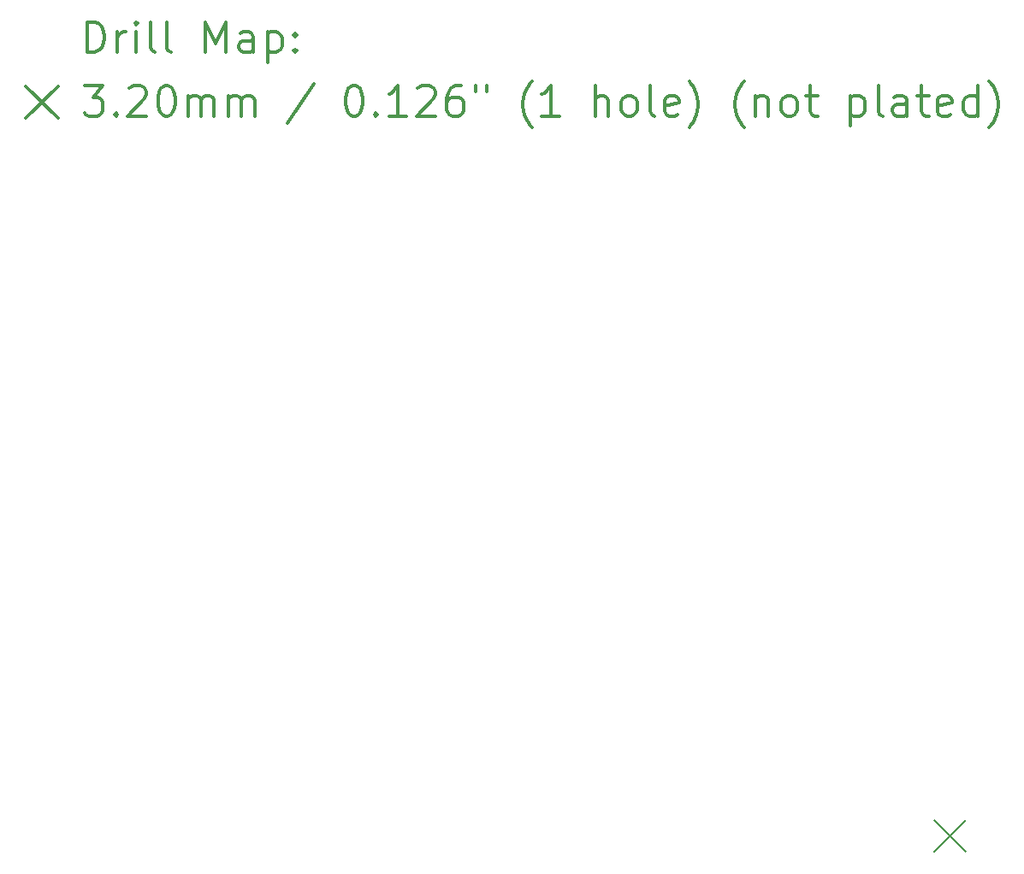
<source format=gbr>
%FSLAX45Y45*%
G04 Gerber Fmt 4.5, Leading zero omitted, Abs format (unit mm)*
G04 Created by KiCad (PCBNEW 5.1.4+dfsg1-1) date 2019-12-07 14:51:20*
%MOMM*%
%LPD*%
G04 APERTURE LIST*
%ADD10C,0.200000*%
%ADD11C,0.300000*%
G04 APERTURE END LIST*
D10*
X8666500Y-8065000D02*
X8986500Y-8385000D01*
X8986500Y-8065000D02*
X8666500Y-8385000D01*
D11*
X286429Y-465714D02*
X286429Y-165714D01*
X357857Y-165714D01*
X400714Y-180000D01*
X429286Y-208571D01*
X443571Y-237143D01*
X457857Y-294286D01*
X457857Y-337143D01*
X443571Y-394286D01*
X429286Y-422857D01*
X400714Y-451428D01*
X357857Y-465714D01*
X286429Y-465714D01*
X586429Y-465714D02*
X586429Y-265714D01*
X586429Y-322857D02*
X600714Y-294286D01*
X615000Y-280000D01*
X643571Y-265714D01*
X672143Y-265714D01*
X772143Y-465714D02*
X772143Y-265714D01*
X772143Y-165714D02*
X757857Y-180000D01*
X772143Y-194286D01*
X786428Y-180000D01*
X772143Y-165714D01*
X772143Y-194286D01*
X957857Y-465714D02*
X929286Y-451428D01*
X915000Y-422857D01*
X915000Y-165714D01*
X1115000Y-465714D02*
X1086429Y-451428D01*
X1072143Y-422857D01*
X1072143Y-165714D01*
X1457857Y-465714D02*
X1457857Y-165714D01*
X1557857Y-380000D01*
X1657857Y-165714D01*
X1657857Y-465714D01*
X1929286Y-465714D02*
X1929286Y-308571D01*
X1915000Y-280000D01*
X1886428Y-265714D01*
X1829286Y-265714D01*
X1800714Y-280000D01*
X1929286Y-451428D02*
X1900714Y-465714D01*
X1829286Y-465714D01*
X1800714Y-451428D01*
X1786428Y-422857D01*
X1786428Y-394286D01*
X1800714Y-365714D01*
X1829286Y-351428D01*
X1900714Y-351428D01*
X1929286Y-337143D01*
X2072143Y-265714D02*
X2072143Y-565714D01*
X2072143Y-280000D02*
X2100714Y-265714D01*
X2157857Y-265714D01*
X2186429Y-280000D01*
X2200714Y-294286D01*
X2215000Y-322857D01*
X2215000Y-408571D01*
X2200714Y-437143D01*
X2186429Y-451428D01*
X2157857Y-465714D01*
X2100714Y-465714D01*
X2072143Y-451428D01*
X2343571Y-437143D02*
X2357857Y-451428D01*
X2343571Y-465714D01*
X2329286Y-451428D01*
X2343571Y-437143D01*
X2343571Y-465714D01*
X2343571Y-280000D02*
X2357857Y-294286D01*
X2343571Y-308571D01*
X2329286Y-294286D01*
X2343571Y-280000D01*
X2343571Y-308571D01*
X-320000Y-800000D02*
X0Y-1120000D01*
X0Y-800000D02*
X-320000Y-1120000D01*
X257857Y-795714D02*
X443571Y-795714D01*
X343571Y-910000D01*
X386428Y-910000D01*
X415000Y-924286D01*
X429286Y-938571D01*
X443571Y-967143D01*
X443571Y-1038571D01*
X429286Y-1067143D01*
X415000Y-1081429D01*
X386428Y-1095714D01*
X300714Y-1095714D01*
X272143Y-1081429D01*
X257857Y-1067143D01*
X572143Y-1067143D02*
X586429Y-1081429D01*
X572143Y-1095714D01*
X557857Y-1081429D01*
X572143Y-1067143D01*
X572143Y-1095714D01*
X700714Y-824286D02*
X715000Y-810000D01*
X743571Y-795714D01*
X815000Y-795714D01*
X843571Y-810000D01*
X857857Y-824286D01*
X872143Y-852857D01*
X872143Y-881428D01*
X857857Y-924286D01*
X686429Y-1095714D01*
X872143Y-1095714D01*
X1057857Y-795714D02*
X1086429Y-795714D01*
X1115000Y-810000D01*
X1129286Y-824286D01*
X1143571Y-852857D01*
X1157857Y-910000D01*
X1157857Y-981428D01*
X1143571Y-1038571D01*
X1129286Y-1067143D01*
X1115000Y-1081429D01*
X1086429Y-1095714D01*
X1057857Y-1095714D01*
X1029286Y-1081429D01*
X1015000Y-1067143D01*
X1000714Y-1038571D01*
X986428Y-981428D01*
X986428Y-910000D01*
X1000714Y-852857D01*
X1015000Y-824286D01*
X1029286Y-810000D01*
X1057857Y-795714D01*
X1286429Y-1095714D02*
X1286429Y-895714D01*
X1286429Y-924286D02*
X1300714Y-910000D01*
X1329286Y-895714D01*
X1372143Y-895714D01*
X1400714Y-910000D01*
X1415000Y-938571D01*
X1415000Y-1095714D01*
X1415000Y-938571D02*
X1429286Y-910000D01*
X1457857Y-895714D01*
X1500714Y-895714D01*
X1529286Y-910000D01*
X1543571Y-938571D01*
X1543571Y-1095714D01*
X1686428Y-1095714D02*
X1686428Y-895714D01*
X1686428Y-924286D02*
X1700714Y-910000D01*
X1729286Y-895714D01*
X1772143Y-895714D01*
X1800714Y-910000D01*
X1815000Y-938571D01*
X1815000Y-1095714D01*
X1815000Y-938571D02*
X1829286Y-910000D01*
X1857857Y-895714D01*
X1900714Y-895714D01*
X1929286Y-910000D01*
X1943571Y-938571D01*
X1943571Y-1095714D01*
X2529286Y-781428D02*
X2272143Y-1167143D01*
X2915000Y-795714D02*
X2943571Y-795714D01*
X2972143Y-810000D01*
X2986428Y-824286D01*
X3000714Y-852857D01*
X3015000Y-910000D01*
X3015000Y-981428D01*
X3000714Y-1038571D01*
X2986428Y-1067143D01*
X2972143Y-1081429D01*
X2943571Y-1095714D01*
X2915000Y-1095714D01*
X2886428Y-1081429D01*
X2872143Y-1067143D01*
X2857857Y-1038571D01*
X2843571Y-981428D01*
X2843571Y-910000D01*
X2857857Y-852857D01*
X2872143Y-824286D01*
X2886428Y-810000D01*
X2915000Y-795714D01*
X3143571Y-1067143D02*
X3157857Y-1081429D01*
X3143571Y-1095714D01*
X3129286Y-1081429D01*
X3143571Y-1067143D01*
X3143571Y-1095714D01*
X3443571Y-1095714D02*
X3272143Y-1095714D01*
X3357857Y-1095714D02*
X3357857Y-795714D01*
X3329286Y-838571D01*
X3300714Y-867143D01*
X3272143Y-881428D01*
X3557857Y-824286D02*
X3572143Y-810000D01*
X3600714Y-795714D01*
X3672143Y-795714D01*
X3700714Y-810000D01*
X3715000Y-824286D01*
X3729286Y-852857D01*
X3729286Y-881428D01*
X3715000Y-924286D01*
X3543571Y-1095714D01*
X3729286Y-1095714D01*
X3986428Y-795714D02*
X3929286Y-795714D01*
X3900714Y-810000D01*
X3886428Y-824286D01*
X3857857Y-867143D01*
X3843571Y-924286D01*
X3843571Y-1038571D01*
X3857857Y-1067143D01*
X3872143Y-1081429D01*
X3900714Y-1095714D01*
X3957857Y-1095714D01*
X3986428Y-1081429D01*
X4000714Y-1067143D01*
X4015000Y-1038571D01*
X4015000Y-967143D01*
X4000714Y-938571D01*
X3986428Y-924286D01*
X3957857Y-910000D01*
X3900714Y-910000D01*
X3872143Y-924286D01*
X3857857Y-938571D01*
X3843571Y-967143D01*
X4129286Y-795714D02*
X4129286Y-852857D01*
X4243571Y-795714D02*
X4243571Y-852857D01*
X4686429Y-1210000D02*
X4672143Y-1195714D01*
X4643571Y-1152857D01*
X4629286Y-1124286D01*
X4615000Y-1081429D01*
X4600714Y-1010000D01*
X4600714Y-952857D01*
X4615000Y-881428D01*
X4629286Y-838571D01*
X4643571Y-810000D01*
X4672143Y-767143D01*
X4686429Y-752857D01*
X4957857Y-1095714D02*
X4786429Y-1095714D01*
X4872143Y-1095714D02*
X4872143Y-795714D01*
X4843571Y-838571D01*
X4815000Y-867143D01*
X4786429Y-881428D01*
X5315000Y-1095714D02*
X5315000Y-795714D01*
X5443571Y-1095714D02*
X5443571Y-938571D01*
X5429286Y-910000D01*
X5400714Y-895714D01*
X5357857Y-895714D01*
X5329286Y-910000D01*
X5315000Y-924286D01*
X5629286Y-1095714D02*
X5600714Y-1081429D01*
X5586429Y-1067143D01*
X5572143Y-1038571D01*
X5572143Y-952857D01*
X5586429Y-924286D01*
X5600714Y-910000D01*
X5629286Y-895714D01*
X5672143Y-895714D01*
X5700714Y-910000D01*
X5715000Y-924286D01*
X5729286Y-952857D01*
X5729286Y-1038571D01*
X5715000Y-1067143D01*
X5700714Y-1081429D01*
X5672143Y-1095714D01*
X5629286Y-1095714D01*
X5900714Y-1095714D02*
X5872143Y-1081429D01*
X5857857Y-1052857D01*
X5857857Y-795714D01*
X6129286Y-1081429D02*
X6100714Y-1095714D01*
X6043571Y-1095714D01*
X6015000Y-1081429D01*
X6000714Y-1052857D01*
X6000714Y-938571D01*
X6015000Y-910000D01*
X6043571Y-895714D01*
X6100714Y-895714D01*
X6129286Y-910000D01*
X6143571Y-938571D01*
X6143571Y-967143D01*
X6000714Y-995714D01*
X6243571Y-1210000D02*
X6257857Y-1195714D01*
X6286428Y-1152857D01*
X6300714Y-1124286D01*
X6315000Y-1081429D01*
X6329286Y-1010000D01*
X6329286Y-952857D01*
X6315000Y-881428D01*
X6300714Y-838571D01*
X6286428Y-810000D01*
X6257857Y-767143D01*
X6243571Y-752857D01*
X6786428Y-1210000D02*
X6772143Y-1195714D01*
X6743571Y-1152857D01*
X6729286Y-1124286D01*
X6715000Y-1081429D01*
X6700714Y-1010000D01*
X6700714Y-952857D01*
X6715000Y-881428D01*
X6729286Y-838571D01*
X6743571Y-810000D01*
X6772143Y-767143D01*
X6786428Y-752857D01*
X6900714Y-895714D02*
X6900714Y-1095714D01*
X6900714Y-924286D02*
X6915000Y-910000D01*
X6943571Y-895714D01*
X6986428Y-895714D01*
X7015000Y-910000D01*
X7029286Y-938571D01*
X7029286Y-1095714D01*
X7215000Y-1095714D02*
X7186428Y-1081429D01*
X7172143Y-1067143D01*
X7157857Y-1038571D01*
X7157857Y-952857D01*
X7172143Y-924286D01*
X7186428Y-910000D01*
X7215000Y-895714D01*
X7257857Y-895714D01*
X7286428Y-910000D01*
X7300714Y-924286D01*
X7315000Y-952857D01*
X7315000Y-1038571D01*
X7300714Y-1067143D01*
X7286428Y-1081429D01*
X7257857Y-1095714D01*
X7215000Y-1095714D01*
X7400714Y-895714D02*
X7515000Y-895714D01*
X7443571Y-795714D02*
X7443571Y-1052857D01*
X7457857Y-1081429D01*
X7486428Y-1095714D01*
X7515000Y-1095714D01*
X7843571Y-895714D02*
X7843571Y-1195714D01*
X7843571Y-910000D02*
X7872143Y-895714D01*
X7929286Y-895714D01*
X7957857Y-910000D01*
X7972143Y-924286D01*
X7986428Y-952857D01*
X7986428Y-1038571D01*
X7972143Y-1067143D01*
X7957857Y-1081429D01*
X7929286Y-1095714D01*
X7872143Y-1095714D01*
X7843571Y-1081429D01*
X8157857Y-1095714D02*
X8129286Y-1081429D01*
X8115000Y-1052857D01*
X8115000Y-795714D01*
X8400714Y-1095714D02*
X8400714Y-938571D01*
X8386428Y-910000D01*
X8357857Y-895714D01*
X8300714Y-895714D01*
X8272143Y-910000D01*
X8400714Y-1081429D02*
X8372143Y-1095714D01*
X8300714Y-1095714D01*
X8272143Y-1081429D01*
X8257857Y-1052857D01*
X8257857Y-1024286D01*
X8272143Y-995714D01*
X8300714Y-981428D01*
X8372143Y-981428D01*
X8400714Y-967143D01*
X8500714Y-895714D02*
X8615000Y-895714D01*
X8543571Y-795714D02*
X8543571Y-1052857D01*
X8557857Y-1081429D01*
X8586429Y-1095714D01*
X8615000Y-1095714D01*
X8829286Y-1081429D02*
X8800714Y-1095714D01*
X8743571Y-1095714D01*
X8715000Y-1081429D01*
X8700714Y-1052857D01*
X8700714Y-938571D01*
X8715000Y-910000D01*
X8743571Y-895714D01*
X8800714Y-895714D01*
X8829286Y-910000D01*
X8843571Y-938571D01*
X8843571Y-967143D01*
X8700714Y-995714D01*
X9100714Y-1095714D02*
X9100714Y-795714D01*
X9100714Y-1081429D02*
X9072143Y-1095714D01*
X9015000Y-1095714D01*
X8986429Y-1081429D01*
X8972143Y-1067143D01*
X8957857Y-1038571D01*
X8957857Y-952857D01*
X8972143Y-924286D01*
X8986429Y-910000D01*
X9015000Y-895714D01*
X9072143Y-895714D01*
X9100714Y-910000D01*
X9215000Y-1210000D02*
X9229286Y-1195714D01*
X9257857Y-1152857D01*
X9272143Y-1124286D01*
X9286429Y-1081429D01*
X9300714Y-1010000D01*
X9300714Y-952857D01*
X9286429Y-881428D01*
X9272143Y-838571D01*
X9257857Y-810000D01*
X9229286Y-767143D01*
X9215000Y-752857D01*
M02*

</source>
